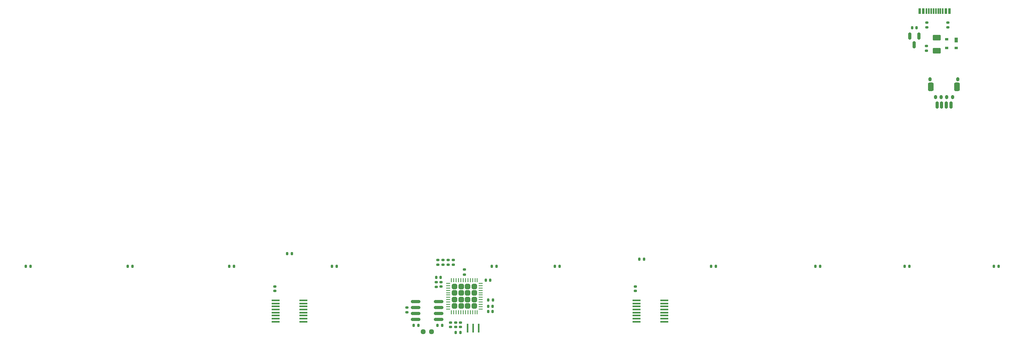
<source format=gbr>
%TF.GenerationSoftware,KiCad,Pcbnew,8.0.5*%
%TF.CreationDate,2024-12-22T15:28:51+01:00*%
%TF.ProjectId,toprevan V2,746f7072-6576-4616-9e20-56322e6b6963,rev?*%
%TF.SameCoordinates,Original*%
%TF.FileFunction,Paste,Bot*%
%TF.FilePolarity,Positive*%
%FSLAX46Y46*%
G04 Gerber Fmt 4.6, Leading zero omitted, Abs format (unit mm)*
G04 Created by KiCad (PCBNEW 8.0.5) date 2024-12-22 15:28:51*
%MOMM*%
%LPD*%
G01*
G04 APERTURE LIST*
G04 Aperture macros list*
%AMRoundRect*
0 Rectangle with rounded corners*
0 $1 Rounding radius*
0 $2 $3 $4 $5 $6 $7 $8 $9 X,Y pos of 4 corners*
0 Add a 4 corners polygon primitive as box body*
4,1,4,$2,$3,$4,$5,$6,$7,$8,$9,$2,$3,0*
0 Add four circle primitives for the rounded corners*
1,1,$1+$1,$2,$3*
1,1,$1+$1,$4,$5*
1,1,$1+$1,$6,$7*
1,1,$1+$1,$8,$9*
0 Add four rect primitives between the rounded corners*
20,1,$1+$1,$2,$3,$4,$5,0*
20,1,$1+$1,$4,$5,$6,$7,0*
20,1,$1+$1,$6,$7,$8,$9,0*
20,1,$1+$1,$8,$9,$2,$3,0*%
G04 Aperture macros list end*
%ADD10RoundRect,0.140000X-0.170000X0.140000X-0.170000X-0.140000X0.170000X-0.140000X0.170000X0.140000X0*%
%ADD11RoundRect,0.135000X-0.135000X-0.185000X0.135000X-0.185000X0.135000X0.185000X-0.135000X0.185000X0*%
%ADD12RoundRect,0.135000X-0.185000X0.135000X-0.185000X-0.135000X0.185000X-0.135000X0.185000X0.135000X0*%
%ADD13RoundRect,0.135000X0.135000X0.185000X-0.135000X0.185000X-0.135000X-0.185000X0.135000X-0.185000X0*%
%ADD14R,0.400000X1.900000*%
%ADD15RoundRect,0.250000X0.315000X-0.315000X0.315000X0.315000X-0.315000X0.315000X-0.315000X-0.315000X0*%
%ADD16RoundRect,0.062500X0.062500X-0.375000X0.062500X0.375000X-0.062500X0.375000X-0.062500X-0.375000X0*%
%ADD17RoundRect,0.062500X0.375000X-0.062500X0.375000X0.062500X-0.375000X0.062500X-0.375000X-0.062500X0*%
%ADD18R,1.778000X0.419100*%
%ADD19R,0.600000X1.300000*%
%ADD20R,0.300000X1.300000*%
%ADD21RoundRect,0.150000X-0.150000X-0.625000X0.150000X-0.625000X0.150000X0.625000X-0.150000X0.625000X0*%
%ADD22RoundRect,0.250000X-0.350000X-0.650000X0.350000X-0.650000X0.350000X0.650000X-0.350000X0.650000X0*%
%ADD23R,0.700000X1.000000*%
%ADD24R,0.700000X0.600000*%
%ADD25RoundRect,0.250000X-0.625000X0.375000X-0.625000X-0.375000X0.625000X-0.375000X0.625000X0.375000X0*%
%ADD26RoundRect,0.140000X0.170000X-0.140000X0.170000X0.140000X-0.170000X0.140000X-0.170000X-0.140000X0*%
%ADD27RoundRect,0.150000X-0.825000X-0.150000X0.825000X-0.150000X0.825000X0.150000X-0.825000X0.150000X0*%
%ADD28RoundRect,0.150000X-0.150000X0.587500X-0.150000X-0.587500X0.150000X-0.587500X0.150000X0.587500X0*%
%ADD29RoundRect,0.140000X-0.140000X-0.170000X0.140000X-0.170000X0.140000X0.170000X-0.140000X0.170000X0*%
%ADD30RoundRect,0.135000X0.185000X-0.135000X0.185000X0.135000X-0.185000X0.135000X-0.185000X-0.135000X0*%
%ADD31RoundRect,0.140000X0.140000X0.170000X-0.140000X0.170000X-0.140000X-0.170000X0.140000X-0.170000X0*%
%ADD32RoundRect,0.150000X-0.150000X-0.275000X0.150000X-0.275000X0.150000X0.275000X-0.150000X0.275000X0*%
%ADD33RoundRect,0.175000X-0.175000X-0.225000X0.175000X-0.225000X0.175000X0.225000X-0.175000X0.225000X0*%
%ADD34RoundRect,0.237500X0.250000X0.237500X-0.250000X0.237500X-0.250000X-0.237500X0.250000X-0.237500X0*%
G04 APERTURE END LIST*
D10*
%TO.C,C10*%
X133886072Y-93745973D03*
X133886072Y-94705973D03*
%TD*%
D11*
%TO.C,R14*%
X63832898Y-81756250D03*
X64852898Y-81756250D03*
%TD*%
%TO.C,R23*%
X210627500Y-81756250D03*
X211647500Y-81756250D03*
%TD*%
D12*
%TO.C,R5*%
X132256250Y-80387058D03*
X132256250Y-81407058D03*
%TD*%
D13*
%TO.C,R18*%
X125922500Y-94362500D03*
X124902500Y-94362500D03*
%TD*%
D14*
%TO.C,Y1*%
X136401214Y-94917035D03*
X137601214Y-94917035D03*
X138801214Y-94917035D03*
%TD*%
D11*
%TO.C,R25*%
X248727500Y-81746059D03*
X249747500Y-81746059D03*
%TD*%
D15*
%TO.C,U1*%
X133631250Y-90206250D03*
X135031250Y-90206250D03*
X136431250Y-90206250D03*
X137831250Y-90206250D03*
X133631250Y-88806250D03*
X135031250Y-88806250D03*
X136431250Y-88806250D03*
X137831250Y-88806250D03*
X133631250Y-87406250D03*
X135031250Y-87406250D03*
X136431250Y-87406250D03*
X137831250Y-87406250D03*
X133631250Y-86006250D03*
X135031250Y-86006250D03*
X136431250Y-86006250D03*
X137831250Y-86006250D03*
D16*
X138481250Y-91543750D03*
X137981250Y-91543750D03*
X137481250Y-91543750D03*
X136981250Y-91543750D03*
X136481250Y-91543750D03*
X135981250Y-91543750D03*
X135481250Y-91543750D03*
X134981250Y-91543750D03*
X134481250Y-91543750D03*
X133981250Y-91543750D03*
X133481250Y-91543750D03*
X132981250Y-91543750D03*
D17*
X132293750Y-90856250D03*
X132293750Y-90356250D03*
X132293750Y-89856250D03*
X132293750Y-89356250D03*
X132293750Y-88856250D03*
X132293750Y-88356250D03*
X132293750Y-87856250D03*
X132293750Y-87356250D03*
X132293750Y-86856250D03*
X132293750Y-86356250D03*
X132293750Y-85856250D03*
X132293750Y-85356250D03*
D16*
X132981250Y-84668750D03*
X133481250Y-84668750D03*
X133981250Y-84668750D03*
X134481250Y-84668750D03*
X134981250Y-84668750D03*
X135481250Y-84668750D03*
X135981250Y-84668750D03*
X136481250Y-84668750D03*
X136981250Y-84668750D03*
X137481250Y-84668750D03*
X137981250Y-84668750D03*
X138481250Y-84668750D03*
D17*
X139168750Y-85356250D03*
X139168750Y-85856250D03*
X139168750Y-86356250D03*
X139168750Y-86856250D03*
X139168750Y-87356250D03*
X139168750Y-87856250D03*
X139168750Y-88356250D03*
X139168750Y-88856250D03*
X139168750Y-89356250D03*
X139168750Y-89856250D03*
X139168750Y-90356250D03*
X139168750Y-90856250D03*
%TD*%
D10*
%TO.C,C16*%
X132789679Y-93745973D03*
X132789679Y-94705973D03*
%TD*%
D18*
%TO.C,U6*%
X178393090Y-89007950D03*
X178393090Y-89658190D03*
X178393090Y-90308430D03*
X178393090Y-90958670D03*
X178393090Y-91603830D03*
X178393090Y-92254070D03*
X178393090Y-92904310D03*
X178393090Y-93554550D03*
X172444410Y-93554550D03*
X172444410Y-92904310D03*
X172444410Y-92254070D03*
X172444410Y-91603830D03*
X172444410Y-90958670D03*
X172444410Y-90308430D03*
X172444410Y-89658190D03*
X172444410Y-89007950D03*
%TD*%
D19*
%TO.C,J5*%
X232924750Y-27180750D03*
X233724750Y-27180750D03*
D20*
X234874750Y-27180750D03*
X235874750Y-27180750D03*
X236374750Y-27180750D03*
X237374750Y-27180750D03*
D19*
X238524750Y-27180750D03*
X239324750Y-27180750D03*
D20*
X237874750Y-27180750D03*
X236874750Y-27180750D03*
X235374750Y-27180750D03*
X234374750Y-27180750D03*
%TD*%
D12*
%TO.C,R8*%
X238918750Y-29652500D03*
X238918750Y-30672500D03*
%TD*%
D21*
%TO.C,J1*%
X236625000Y-47243750D03*
X237625000Y-47243750D03*
X238625000Y-47243750D03*
X239625000Y-47243750D03*
D22*
X235325000Y-43368750D03*
X240925000Y-43368750D03*
%TD*%
D11*
%TO.C,R16*%
X97915000Y-78997940D03*
X98935000Y-78997940D03*
%TD*%
D23*
%TO.C,D1*%
X240712500Y-33381250D03*
D24*
X240712500Y-35081250D03*
X238712500Y-35081250D03*
X238712500Y-33181250D03*
%TD*%
D18*
%TO.C,U4*%
X101399340Y-89007950D03*
X101399340Y-89658190D03*
X101399340Y-90308430D03*
X101399340Y-90958670D03*
X101399340Y-91603830D03*
X101399340Y-92254070D03*
X101399340Y-92904310D03*
X101399340Y-93554550D03*
X95450660Y-93554550D03*
X95450660Y-92904310D03*
X95450660Y-92254070D03*
X95450660Y-91603830D03*
X95450660Y-90958670D03*
X95450660Y-90308430D03*
X95450660Y-89658190D03*
X95450660Y-89007950D03*
%TD*%
D12*
%TO.C,R6*%
X130056250Y-80387058D03*
X130056250Y-81407058D03*
%TD*%
D13*
%TO.C,R20*%
X156085000Y-81756250D03*
X155065000Y-81756250D03*
%TD*%
D10*
%TO.C,C11*%
X134889679Y-93753408D03*
X134889679Y-94713408D03*
%TD*%
D12*
%TO.C,R4*%
X131156250Y-80387058D03*
X131156250Y-81407058D03*
%TD*%
D11*
%TO.C,R11*%
X140777500Y-88900000D03*
X141797500Y-88900000D03*
%TD*%
D25*
%TO.C,F_USBC1*%
X236539379Y-32876278D03*
X236539379Y-35676278D03*
%TD*%
D11*
%TO.C,R9*%
X133883473Y-95832687D03*
X134903473Y-95832687D03*
%TD*%
D12*
%TO.C,R7*%
X234484473Y-29652500D03*
X234484473Y-30672500D03*
%TD*%
D11*
%TO.C,R15*%
X42068750Y-81756250D03*
X43088750Y-81756250D03*
%TD*%
D26*
%TO.C,C1*%
X130775537Y-86080138D03*
X130775537Y-85120138D03*
%TD*%
D13*
%TO.C,R17*%
X108453663Y-81746059D03*
X107433663Y-81746059D03*
%TD*%
D27*
%TO.C,U5*%
X125318750Y-93092500D03*
X125318750Y-91822500D03*
X125318750Y-90552500D03*
X125318750Y-89282500D03*
X130268750Y-89282500D03*
X130268750Y-90552500D03*
X130268750Y-91822500D03*
X130268750Y-93092500D03*
%TD*%
D11*
%TO.C,R24*%
X229677500Y-81756250D03*
X230697500Y-81756250D03*
%TD*%
D28*
%TO.C,U3*%
X230825000Y-32545028D03*
X232725000Y-32545028D03*
X231775000Y-34420028D03*
%TD*%
D10*
%TO.C,C12*%
X234360949Y-34664941D03*
X234360949Y-35624941D03*
%TD*%
D29*
%TO.C,C13*%
X231295000Y-30730076D03*
X232255000Y-30730076D03*
%TD*%
D13*
%TO.C,R19*%
X174057500Y-80168750D03*
X173037500Y-80168750D03*
%TD*%
D29*
%TO.C,C9*%
X140819430Y-90289802D03*
X141779430Y-90289802D03*
%TD*%
D26*
%TO.C,C15*%
X123451464Y-91501881D03*
X123451464Y-90541881D03*
%TD*%
D30*
%TO.C,R2*%
X135731250Y-83460000D03*
X135731250Y-82440000D03*
%TD*%
D13*
%TO.C,R21*%
X142591250Y-81756250D03*
X141571250Y-81756250D03*
%TD*%
D29*
%TO.C,C6*%
X140830343Y-91336235D03*
X141790343Y-91336235D03*
%TD*%
D31*
%TO.C,C7*%
X130686750Y-84105750D03*
X129726750Y-84105750D03*
%TD*%
D11*
%TO.C,R12*%
X129948750Y-94362500D03*
X130968750Y-94362500D03*
%TD*%
D29*
%TO.C,C8*%
X140295000Y-84650000D03*
X141255000Y-84650000D03*
%TD*%
D12*
%TO.C,R10*%
X129695761Y-85072261D03*
X129695761Y-86092261D03*
%TD*%
D32*
%TO.C,J2*%
X236325000Y-45531250D03*
X237525000Y-45531250D03*
X238725000Y-45531250D03*
X239925000Y-45531250D03*
D33*
X235175000Y-41756250D03*
X241075000Y-41756250D03*
%TD*%
D11*
%TO.C,R13*%
X85498750Y-81756250D03*
X86518750Y-81756250D03*
%TD*%
D12*
%TO.C,R3*%
X133350000Y-80387058D03*
X133350000Y-81407058D03*
%TD*%
D26*
%TO.C,C14*%
X95250000Y-86998750D03*
X95250000Y-86038750D03*
%TD*%
%TO.C,C17*%
X172243750Y-86998750D03*
X172243750Y-86038750D03*
%TD*%
D13*
%TO.C,R22*%
X189422500Y-81756250D03*
X188402500Y-81756250D03*
%TD*%
D34*
%TO.C,JP1*%
X128723442Y-95665357D03*
X126898442Y-95665357D03*
%TD*%
M02*

</source>
